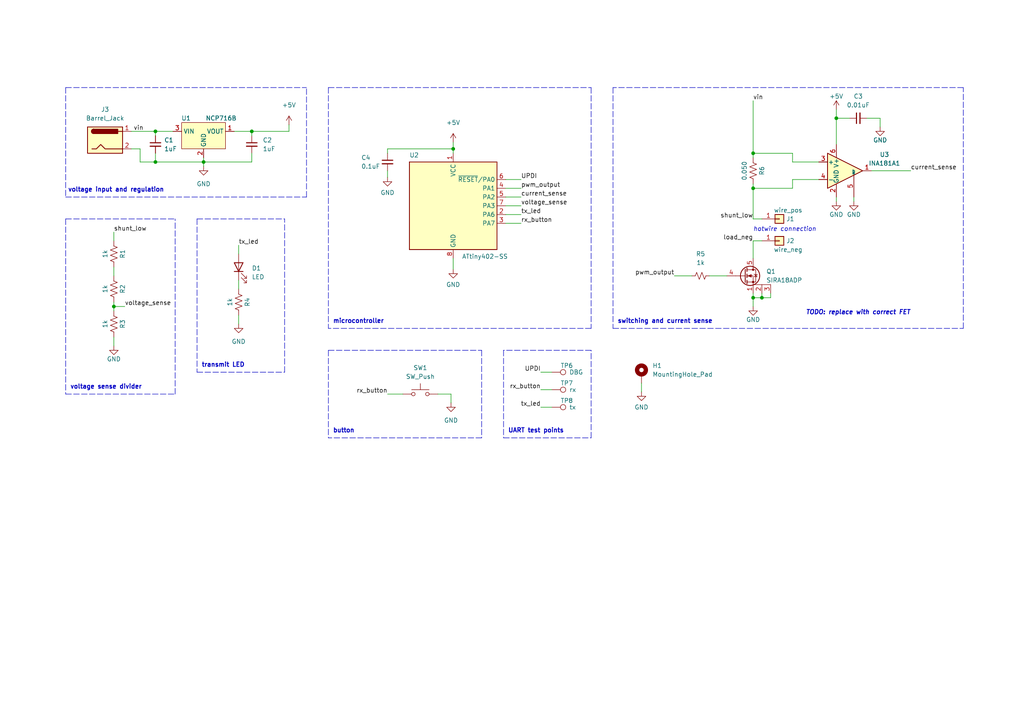
<source format=kicad_sch>
(kicad_sch (version 20211123) (generator eeschema)
  (paper "A4")
  (title_block (title "Hotwire Controller Lite") (date "2022-03-31") (rev "v1.0"))
  (lib_symbols
    (symbol "Amplifier_Current:INA181" (pin_names (offset 0.127))
      (property "Reference" "U" (at 3.81 3.81 0))
      (property "Value" "INA181" (at 3.81 -2.54 0))
      (symbol "INA181_0_1"
        (polyline (pts (xy 5.08 0) (xy -5.08 5.08) (xy -5.08 -5.08) (xy 5.08 0)) (stroke (width 0.254)) (fill (type background)))
      )
      (symbol "INA181_1_1"
        (pin output line (at 7.62 0 180) (length 2.54) (name "~") (number "1"))
        (pin power_in line (at -2.54 -7.62 90) (length 3.81) (name "GND") (number "2"))
        (pin input line (at -7.62 2.54 0) (length 2.54) (name "+") (number "3"))
        (pin input line (at -7.62 -2.54 0) (length 2.54) (name "-") (number "4"))
        (pin input line (at 2.54 -7.62 90) (length 6.35) (name "REF") (number "5"))
        (pin power_in line (at -2.54 7.62 270) (length 3.81) (name "V+") (number "6"))
      )
    )
    (symbol "Connector:Barrel_Jack" (pin_names (offset 1.016))
      (property "Reference" "J" (at 0 5.334 0))
      (property "Value" "Barrel_Jack" (at 0 -5.08 0))
      (symbol "Barrel_Jack_0_1"
        (rectangle (start -5.08 3.81) (end 5.08 -3.81) (stroke (width 0.254)) (fill (type background)))
        (arc (start -3.302 3.175) (mid -3.937 2.54) (end -3.302 1.905) (stroke (width 0.254)))
        (arc (start -3.302 3.175) (mid -3.937 2.54) (end -3.302 1.905) (stroke (width 0.254)) (fill (type outline)))
        (polyline (pts (xy 5.08 2.54) (xy 3.81 2.54)) (stroke (width 0.254)))
        (polyline (pts (xy -3.81 -2.54) (xy -2.54 -2.54) (xy -1.27 -1.27) (xy 0 -2.54) (xy 2.54 -2.54) (xy 5.08 -2.54)) (stroke (width 0.254)))
        (rectangle (start 3.683 3.175) (end -3.302 1.905) (stroke (width 0.254)) (fill (type outline)))
      )
      (symbol "Barrel_Jack_1_1"
        (pin passive line (at 7.62 2.54 180) (length 2.54) (name "~") (number "1"))
        (pin passive line (at 7.62 -2.54 180) (length 2.54) (name "~") (number "2"))
      )
    )
    (symbol "Connector:TestPoint" (pin_numbers hide) (pin_names (offset 0.762) hide)
      (property "Reference" "TP" (at 0 6.858 0))
      (property "Value" "TestPoint" (at 0 5.08 0))
      (symbol "TestPoint_0_1"
        (circle (center 0 3.302) (radius 0.762))
      )
      (symbol "TestPoint_1_1"
        (pin passive line (at 0 0 90) (length 2.54) (name "1") (number "1"))
      )
    )
    (symbol "Connector_Generic:Conn_01x01" (pin_names (offset 1.016) hide)
      (property "Reference" "J" (at 0 2.54 0))
      (property "Value" "Conn_01x01" (at 0 -2.54 0))
      (symbol "Conn_01x01_1_1"
        (rectangle (start -1.27 0.127) (end 0 -0.127) (stroke (width 0.1524)))
        (rectangle (start -1.27 1.27) (end 1.27 -1.27) (stroke (width 0.254)) (fill (type background)))
        (pin passive line (at -5.08 0 0) (length 3.81) (name "Pin_1") (number "1"))
      )
    )
    (symbol "Device:C_Small" (pin_numbers hide) (pin_names (offset 0.254) hide)
      (property "Reference" "C" (at 0.254 1.778 0))
      (property "Value" "C_Small" (at 0.254 -2.032 0))
      (symbol "C_Small_0_1"
        (polyline (pts (xy -1.524 -0.508) (xy 1.524 -0.508)) (stroke (width 0.3302)))
        (polyline (pts (xy -1.524 0.508) (xy 1.524 0.508)) (stroke (width 0.3048)))
      )
      (symbol "C_Small_1_1"
        (pin passive line (at 0 2.54 270) (length 2.032) (name "~") (number "1"))
        (pin passive line (at 0 -2.54 90) (length 2.032) (name "~") (number "2"))
      )
    )
    (symbol "Device:LED" (pin_numbers hide) (pin_names (offset 1.016) hide)
      (property "Reference" "D" (at 0 2.54 0))
      (property "Value" "LED" (at 0 -2.54 0))
      (symbol "LED_0_1"
        (polyline (pts (xy -1.27 -1.27) (xy -1.27 1.27)) (stroke (width 0.254)))
        (polyline (pts (xy -1.27 0) (xy 1.27 0)))
        (polyline (pts (xy 1.27 -1.27) (xy 1.27 1.27) (xy -1.27 0) (xy 1.27 -1.27)) (stroke (width 0.254)))
        (polyline (pts (xy -3.048 -0.762) (xy -4.572 -2.286) (xy -3.81 -2.286) (xy -4.572 -2.286) (xy -4.572 -1.524)))
        (polyline (pts (xy -1.778 -0.762) (xy -3.302 -2.286) (xy -2.54 -2.286) (xy -3.302 -2.286) (xy -3.302 -1.524)))
      )
      (symbol "LED_1_1"
        (pin passive line (at -3.81 0 0) (length 2.54) (name "K") (number "1"))
        (pin passive line (at 3.81 0 180) (length 2.54) (name "A") (number "2"))
      )
    )
    (symbol "Device:R_Small_US" (pin_numbers hide) (pin_names (offset 0.254) hide)
      (property "Reference" "R" (at 0.762 0.508 0))
      (property "Value" "R_Small_US" (at 0.762 -1.016 0))
      (symbol "R_Small_US_1_1"
        (polyline (pts (xy 0 0) (xy 1.016 -0.381) (xy 0 -0.762) (xy -1.016 -1.143) (xy 0 -1.524)))
        (polyline (pts (xy 0 1.524) (xy 1.016 1.143) (xy 0 0.762) (xy -1.016 0.381) (xy 0 0)))
        (pin passive line (at 0 2.54 270) (length 1.016) (name "~") (number "1"))
        (pin passive line (at 0 -2.54 90) (length 1.016) (name "~") (number "2"))
      )
    )
    (symbol "Device:R_US" (pin_numbers hide) (pin_names (offset 0))
      (property "Reference" "R" (at 2.54 0 90))
      (property "Value" "R_US" (at -2.54 0 90))
      (symbol "R_US_0_1"
        (polyline (pts (xy 0 -2.286) (xy 0 -2.54)))
        (polyline (pts (xy 0 2.286) (xy 0 2.54)))
        (polyline (pts (xy 0 -0.762) (xy 1.016 -1.143) (xy 0 -1.524) (xy -1.016 -1.905) (xy 0 -2.286)))
        (polyline (pts (xy 0 0.762) (xy 1.016 0.381) (xy 0 0) (xy -1.016 -0.381) (xy 0 -0.762)))
        (polyline (pts (xy 0 2.286) (xy 1.016 1.905) (xy 0 1.524) (xy -1.016 1.143) (xy 0 0.762)))
      )
      (symbol "R_US_1_1"
        (pin passive line (at 0 3.81 270) (length 1.27) (name "~") (number "1"))
        (pin passive line (at 0 -3.81 90) (length 1.27) (name "~") (number "2"))
      )
    )
    (symbol "MCU_Microchip_ATtiny:ATtiny402-SS"
      (property "Reference" "U" (at -12.7 13.97 0))
      (property "Value" "ATtiny402-SS" (at 2.54 -13.97 0))
      (symbol "ATtiny402-SS_0_1"
        (rectangle (start -12.7 -12.7) (end 12.7 12.7) (stroke (width 0.254)) (fill (type background)))
      )
      (symbol "ATtiny402-SS_1_1"
        (pin power_in line (at 0 15.24 270) (length 2.54) (name "VCC") (number "1"))
        (pin bidirectional line (at 15.24 -2.54 180) (length 2.54) (name "PA6") (number "2"))
        (pin bidirectional line (at 15.24 -5.08 180) (length 2.54) (name "PA7") (number "3"))
        (pin bidirectional line (at 15.24 5.08 180) (length 2.54) (name "PA1") (number "4"))
        (pin bidirectional line (at 15.24 2.54 180) (length 2.54) (name "PA2") (number "5"))
        (pin bidirectional line (at 15.24 7.62 180) (length 2.54) (name "~{RESET}/PA0") (number "6"))
        (pin bidirectional line (at 15.24 0 180) (length 2.54) (name "PA3") (number "7"))
        (pin power_in line (at 0 -15.24 90) (length 2.54) (name "GND") (number "8"))
      )
    )
    (symbol "Mechanical:MountingHole_Pad" (pin_numbers hide) (pin_names (offset 1.016) hide)
      (property "Reference" "H" (at 0 6.35 0))
      (property "Value" "MountingHole_Pad" (at 0 4.445 0))
      (symbol "MountingHole_Pad_0_1"
        (circle (center 0 1.27) (radius 1.27) (stroke (width 1.27)))
      )
      (symbol "MountingHole_Pad_1_1"
        (pin input line (at 0 -2.54 90) (length 2.54) (name "1") (number "1"))
      )
    )
    (symbol "Switch:SW_Push" (pin_numbers hide) (pin_names (offset 1.016) hide)
      (property "Reference" "SW" (at 1.27 2.54 0))
      (property "Value" "SW_Push" (at 0 -1.524 0))
      (symbol "SW_Push_0_1"
        (circle (center -2.032 0) (radius 0.508))
        (polyline (pts (xy 0 1.27) (xy 0 3.048)))
        (polyline (pts (xy 2.54 1.27) (xy -2.54 1.27)))
        (circle (center 2.032 0) (radius 0.508))
        (pin passive line (at -5.08 0 0) (length 2.54) (name "1") (number "1"))
        (pin passive line (at 5.08 0 180) (length 2.54) (name "2") (number "2"))
      )
    )
    (symbol "hotwire-lite:NCP716B"
      (property "Reference" "U" (at -5.08 -2.54 0))
      (property "Value" "NCP716B" (at 5.08 -2.54 0))
      (symbol "NCP716B_0_1"
        (rectangle (start -6.35 -3.81) (end 6.35 -11.43) (fill (type background)))
      )
      (symbol "NCP716B_1_1"
        (pin power_out line (at 8.89 -6.35 180) (length 2.54) (name "VOUT") (number "1"))
        (pin passive line (at 0 -13.97 90) (length 2.54) (name "GND") (number "2"))
        (pin power_in line (at -8.89 -6.35 0) (length 2.54) (name "VIN") (number "3"))
        (pin no_connect line (at -2.54 -13.97 90) (length 2.54) hide (name "NC") (number "4"))
        (pin no_connect line (at 2.54 -13.97 90) (length 2.54) hide (name "NC") (number "5"))
      )
    )
    (symbol "hotwire-lite:SIRA18ADP" (pin_names hide)
      (property "Reference" "Q" (at 5.08 1.905 0))
      (property "Value" "SIRA18ADP" (at 5.08 0 0))
      (symbol "SIRA18ADP_0_1"
        (polyline (pts (xy 0.254 0) (xy -2.54 0)))
        (polyline (pts (xy 0.254 1.905) (xy 0.254 -1.905)) (stroke (width 0.254)))
        (polyline (pts (xy 0.762 -1.27) (xy 0.762 -2.286)) (stroke (width 0.254)))
        (polyline (pts (xy 0.762 0.508) (xy 0.762 -0.508)) (stroke (width 0.254)))
        (polyline (pts (xy 0.762 2.286) (xy 0.762 1.27)) (stroke (width 0.254)))
        (polyline (pts (xy 2.54 2.54) (xy 2.54 1.778)))
        (polyline (pts (xy 7.62 -2.54) (xy 2.54 -2.54)))
        (polyline (pts (xy 2.54 -2.54) (xy 2.54 0) (xy 0.762 0)))
        (polyline (pts (xy 0.762 -1.778) (xy 3.302 -1.778) (xy 3.302 1.778) (xy 0.762 1.778)))
        (polyline (pts (xy 1.016 0) (xy 2.032 0.381) (xy 2.032 -0.381) (xy 1.016 0)) (fill (type outline)))
        (polyline (pts (xy 2.794 0.508) (xy 2.921 0.381) (xy 3.683 0.381) (xy 3.81 0.254)))
        (polyline (pts (xy 3.302 0.381) (xy 2.921 -0.254) (xy 3.683 -0.254) (xy 3.302 0.381)))
        (circle (center 1.651 0) (radius 2.794) (stroke (width 0.254)))
        (circle (center 2.54 -1.778) (radius 0.254) (fill (type outline)))
        (circle (center 2.54 1.778) (radius 0.254) (fill (type outline)))
      )
      (symbol "SIRA18ADP_1_1"
        (pin passive line (at 2.54 -5.08 90) (length 2.54) (name "S") (number "1"))
        (pin passive line (at 5.08 -5.08 90) (length 2.54) (name "S") (number "2"))
        (pin passive line (at 7.62 -5.08 90) (length 2.54) (name "S") (number "3"))
        (pin input line (at -5.08 0 0) (length 2.54) (name "G") (number "4"))
        (pin passive line (at 2.54 5.08 270) (length 2.54) (name "D") (number "5"))
      )
    )
    (symbol "power:+5V" (power) (pin_names (offset 0))
      (property "Value" "+5V" (at 0 3.556 0))
      (symbol "+5V_0_1"
        (polyline (pts (xy -0.762 1.27) (xy 0 2.54)))
        (polyline (pts (xy 0 0) (xy 0 2.54)))
        (polyline (pts (xy 0 2.54) (xy 0.762 1.27)))
      )
      (symbol "+5V_1_1"
        (pin power_in line (at 0 0 90) (length 0) hide (name "+5V") (number "1"))
      )
    )
    (symbol "power:GND" (power) (pin_names (offset 0))
      (property "Value" "GND" (at 0 -3.81 0))
      (symbol "GND_0_1"
        (polyline (pts (xy 0 0) (xy 0 -1.27) (xy 1.27 -1.27) (xy 0 -2.54) (xy -1.27 -1.27) (xy 0 -1.27)))
      )
      (symbol "GND_1_1"
        (pin power_in line (at 0 0 270) (length 0) hide (name "GND") (number "1"))
      )
    )
  )
  (junction (at 218.44 44.45))
  (junction (at 220.98 86.36))
  (junction (at 218.44 86.36))
  (junction (at 45.085 46.99))
  (junction (at 45.085 38.1))
  (junction (at 59.055 46.99))
  (junction (at 242.57 34.29))
  (junction (at 33.02 88.9))
  (junction (at 131.445 43.18))
  (junction (at 218.44 54.61))
  (junction (at 73.025 38.1))
  (polyline (pts (xy 19.05 63.5) (xy 19.05 114.3)))
  (wire (pts (xy 38.1 43.18) (xy 40.64 43.18)))
  (wire (pts (xy 33.02 88.9) (xy 33.02 90.17)))
  (polyline (pts (xy 50.8 114.3) (xy 50.8 63.5)))
  (wire (pts (xy 186.055 111.125) (xy 186.055 113.665)))
  (wire (pts (xy 59.055 46.99) (xy 45.085 46.99)))
  (wire (pts (xy 38.1 38.1) (xy 45.085 38.1)))
  (wire (pts (xy 247.65 57.15) (xy 247.65 58.42)))
  (wire (pts (xy 229.87 54.61) (xy 218.44 54.61)))
  (wire (pts (xy 218.44 85.09) (xy 218.44 86.36)))
  (wire (pts (xy 73.025 39.37) (xy 73.025 38.1)))
  (wire (pts (xy 69.215 71.12) (xy 69.215 73.66)))
  (wire (pts (xy 220.98 85.09) (xy 220.98 86.36)))
  (polyline (pts (xy 171.45 95.25) (xy 95.25 95.25)))
  (wire (pts (xy 218.44 54.61) (xy 218.44 53.34)))
  (wire (pts (xy 229.87 44.45) (xy 218.44 44.45)))
  (wire (pts (xy 130.81 114.3) (xy 127 114.3)))
  (wire (pts (xy 112.395 114.3) (xy 116.84 114.3)))
  (wire (pts (xy 146.685 59.69) (xy 151.13 59.69)))
  (wire (pts (xy 220.98 63.5) (xy 218.44 63.5)))
  (wire (pts (xy 83.82 36.195) (xy 83.82 38.1)))
  (wire (pts (xy 242.57 34.29) (xy 246.38 34.29)))
  (polyline (pts (xy 171.45 25.4) (xy 171.45 95.25)))
  (polyline (pts (xy 95.25 25.4) (xy 95.25 95.25)))
  (polyline (pts (xy 146.05 101.6) (xy 146.05 127)))
  (wire (pts (xy 205.74 80.01) (xy 210.82 80.01)))
  (wire (pts (xy 146.685 62.23) (xy 151.13 62.23)))
  (wire (pts (xy 131.445 43.18) (xy 131.445 44.45)))
  (wire (pts (xy 223.52 85.09) (xy 223.52 86.36)))
  (polyline (pts (xy 19.05 63.5) (xy 50.8 63.5)))
  (polyline (pts (xy 95.25 101.6) (xy 139.7 101.6)))
  (wire (pts (xy 69.215 91.44) (xy 69.215 93.98)))
  (wire (pts (xy 130.81 116.84) (xy 130.81 114.3)))
  (wire (pts (xy 242.57 57.15) (xy 242.57 58.42)))
  (polyline (pts (xy 177.8 95.25) (xy 279.4 95.25)))
  (wire (pts (xy 112.395 49.53) (xy 112.395 51.435)))
  (polyline (pts (xy 57.15 63.5) (xy 82.55 63.5)))
  (wire (pts (xy 156.845 118.11) (xy 160.02 118.11)))
  (wire (pts (xy 40.64 43.18) (xy 40.64 46.99)))
  (wire (pts (xy 131.445 41.275) (xy 131.445 43.18)))
  (wire (pts (xy 156.845 113.03) (xy 160.02 113.03)))
  (wire (pts (xy 131.445 74.93) (xy 131.445 78.105)))
  (wire (pts (xy 220.98 86.36) (xy 218.44 86.36)))
  (wire (pts (xy 229.87 52.07) (xy 229.87 54.61)))
  (wire (pts (xy 40.64 46.99) (xy 45.085 46.99)))
  (wire (pts (xy 73.025 46.99) (xy 59.055 46.99)))
  (wire (pts (xy 218.44 29.21) (xy 218.44 44.45)))
  (wire (pts (xy 45.085 38.1) (xy 50.165 38.1)))
  (polyline (pts (xy 139.7 101.6) (xy 139.7 127)))
  (wire (pts (xy 33.02 67.31) (xy 33.02 69.85)))
  (wire (pts (xy 237.49 46.99) (xy 229.87 46.99)))
  (wire (pts (xy 255.27 36.83) (xy 255.27 34.29)))
  (wire (pts (xy 45.085 46.99) (xy 45.085 44.45)))
  (polyline (pts (xy 146.05 127) (xy 171.45 127)))
  (wire (pts (xy 146.685 64.77) (xy 151.13 64.77)))
  (polyline (pts (xy 19.05 25.4) (xy 88.9 25.4)))
  (polyline (pts (xy 82.55 107.95) (xy 82.55 63.5)))
  (polyline (pts (xy 139.7 127) (xy 95.25 127)))
  (polyline (pts (xy 95.25 101.6) (xy 95.25 127)))
  (wire (pts (xy 218.44 44.45) (xy 218.44 45.72)))
  (wire (pts (xy 146.685 52.07) (xy 151.13 52.07)))
  (wire (pts (xy 218.44 69.85) (xy 218.44 74.93)))
  (wire (pts (xy 242.57 31.75) (xy 242.57 34.29)))
  (wire (pts (xy 252.73 49.53) (xy 264.16 49.53)))
  (polyline (pts (xy 279.4 25.4) (xy 177.8 25.4)))
  (wire (pts (xy 45.085 39.37) (xy 45.085 38.1)))
  (polyline (pts (xy 19.05 25.4) (xy 19.05 57.15)))
  (wire (pts (xy 223.52 86.36) (xy 220.98 86.36)))
  (wire (pts (xy 220.98 69.85) (xy 218.44 69.85)))
  (wire (pts (xy 156.845 107.95) (xy 160.02 107.95)))
  (polyline (pts (xy 19.05 57.15) (xy 88.9 57.15)))
  (polyline (pts (xy 57.15 107.95) (xy 82.55 107.95)))
  (wire (pts (xy 131.445 43.18) (xy 112.395 43.18)))
  (wire (pts (xy 251.46 34.29) (xy 255.27 34.29)))
  (wire (pts (xy 69.215 81.28) (xy 69.215 83.82)))
  (wire (pts (xy 242.57 34.29) (xy 242.57 41.91)))
  (wire (pts (xy 112.395 43.18) (xy 112.395 44.45)))
  (polyline (pts (xy 19.05 114.3) (xy 50.8 114.3)))
  (wire (pts (xy 33.02 87.63) (xy 33.02 88.9)))
  (wire (pts (xy 237.49 52.07) (xy 229.87 52.07)))
  (wire (pts (xy 73.025 38.1) (xy 83.82 38.1)))
  (wire (pts (xy 33.02 77.47) (xy 33.02 80.01)))
  (wire (pts (xy 73.025 44.45) (xy 73.025 46.99)))
  (wire (pts (xy 33.02 88.9) (xy 36.195 88.9)))
  (wire (pts (xy 229.87 46.99) (xy 229.87 44.45)))
  (polyline (pts (xy 95.25 25.4) (xy 171.45 25.4)))
  (wire (pts (xy 73.025 38.1) (xy 67.945 38.1)))
  (polyline (pts (xy 57.15 63.5) (xy 57.15 107.95)))
  (wire (pts (xy 59.055 46.99) (xy 59.055 48.26)))
  (polyline (pts (xy 88.9 57.15) (xy 88.9 25.4)))
  (polyline (pts (xy 171.45 101.6) (xy 146.05 101.6)))
  (wire (pts (xy 33.02 97.79) (xy 33.02 100.33)))
  (wire (pts (xy 146.685 57.15) (xy 151.13 57.15)))
  (polyline (pts (xy 177.8 25.4) (xy 177.8 95.25)))
  (wire (pts (xy 195.58 80.01) (xy 200.66 80.01)))
  (polyline (pts (xy 171.45 127) (xy 171.45 101.6)))
  (wire (pts (xy 59.055 45.72) (xy 59.055 46.99)))
  (wire (pts (xy 218.44 63.5) (xy 218.44 54.61)))
  (wire (pts (xy 146.685 54.61) (xy 151.13 54.61)))
  (polyline (pts (xy 279.4 95.25) (xy 279.4 25.4)))
  (wire (pts (xy 218.44 86.36) (xy 218.44 88.9)))
  (text "voltage sense divider" (at 20.32 113.03 0) (effects (font (size 1.27 1.27) (thickness 0.254) bold) (justify left bottom)))
  (text "transmit LED" (at 58.42 106.68 0) (effects (font (size 1.27 1.27) (thickness 0.254) bold) (justify left bottom)))
  (text "button" (at 96.52 125.73 0) (effects (font (size 1.27 1.27) bold) (justify left bottom)))
  (text "microcontroller" (at 96.52 93.98 0) (effects (font (size 1.27 1.27) (thickness 0.254) bold) (justify left bottom)))
  (text "switching and current sense" (at 179.07 93.98 0) (effects (font (size 1.27 1.27) (thickness 0.254) bold) (justify left bottom)))
  (text "hotwire connection" (at 218.44 67.31 0) (effects (font (size 1.27 1.27) italic) (justify left bottom)))
  (text "voltage input and regulation" (at 19.685 55.88 0) (effects (font (size 1.27 1.27) (thickness 0.254) bold) (justify left bottom)))
  (text "TODO: replace with correct FET" (at 233.68 91.44 0) (effects (font (size 1.27 1.27) (thickness 0.254) bold italic) (justify left bottom)))
  (text "UART test points" (at 147.32 125.73 0) (effects (font (size 1.27 1.27) bold) (justify left bottom)))
  (label "rx_button" (at 112.395 114.3 180))
  (label "voltage_sense" (at 36.195 88.9 0))
  (label "current_sense" (at 264.16 49.53 0))
  (label "tx_led" (at 156.845 118.11 180))
  (label "tx_led" (at 151.13 62.23 0))
  (label "UPDI" (at 151.13 52.07 0))
  (label "current_sense" (at 151.13 57.15 0))
  (label "UPDI" (at 156.845 107.95 180))
  (label "shunt_low" (at 33.02 67.31 0))
  (label "pwm_output" (at 151.13 54.61 0))
  (label "voltage_sense" (at 151.13 59.69 0))
  (label "pwm_output" (at 195.58 80.01 180))
  (label "tx_led" (at 69.215 71.12 0))
  (label "vin" (at 218.44 29.21 0))
  (label "shunt_low" (at 218.44 63.5 180))
  (label "load_neg" (at 218.44 69.85 180))
  (label "rx_button" (at 151.13 64.77 0))
  (label "rx_button" (at 156.845 113.03 180))
  (label "vin" (at 38.735 38.1 0))
  (symbol (lib_id "power:GND") (at 131.445 78.105 0) (unit 1)
    (property "Reference" "#PWR0107" (effects hide))
    (property "Value" "GND" (at 131.445 82.55 0))
  )
  (symbol (lib_id "power:GND") (at 186.055 113.665 0) (unit 1)
    (property "Reference" "#PWR0109" (effects hide))
    (property "Value" "GND" (at 186.055 118.11 0))
  )
  (symbol (lib_id "power:GND") (at 59.055 48.26 0) (unit 1)
    (property "Reference" "#PWR01" (effects hide))
    (property "Value" "GND" (at 59.055 53.34 0))
  )
  (symbol (lib_id "power:+5V") (at 83.82 36.195 0) (unit 1)
    (property "Reference" "#PWR0101" (effects hide))
    (property "Value" "+5V" (at 83.82 30.48 0))
  )
  (symbol (lib_id "Connector:Barrel_Jack") (at 30.48 40.64 0) (unit 1)
    (property "Reference" "J3" (at 30.48 31.75 0))
    (property "Value" "Barrel_Jack" (at 30.48 34.29 0))
    (property "Footprint" "Connector_BarrelJack:BarrelJack_CLIFF_FC681465S_SMT_Horizontal" (effects hide))
  )
  (symbol (lib_id "power:GND") (at 242.57 58.42 0) (unit 1)
    (property "Reference" "#PWR04" (effects hide))
    (property "Value" "GND" (at 242.57 62.23 0))
  )
  (symbol (lib_id "Switch:SW_Push") (at 121.92 114.3 0) (unit 1)
    (property "Reference" "SW1" (at 121.92 106.68 0))
    (property "Value" "SW_Push" (at 121.92 109.22 0))
    (property "Footprint" "Button_Switch_SMD:SW_SPST_PTS645" (effects hide))
  )
  (symbol (lib_id "MCU_Microchip_ATtiny:ATtiny402-SS") (at 131.445 59.69 0) (unit 1)
    (property "Reference" "U2" (at 118.745 45.72 0) (effects (justify left bottom)))
    (property "Value" "ATtiny402-SS" (at 133.985 73.66 0) (effects (justify left top)))
    (property "Footprint" "Package_SO:SOIC-8_3.9x4.9mm_P1.27mm" (effects hide))
    (property "Datasheet" "http://ww1.microchip.com/downloads/en/DeviceDoc/ATtiny202-402-AVR-MCU-with-Core-Independent-Peripherals_and-picoPower-40001969A.pdf" (effects hide))
  )
  (symbol (lib_id "power:GND") (at 130.81 116.84 0) (unit 1)
    (property "Reference" "#PWR0108" (effects hide))
    (property "Value" "GND" (at 130.81 121.92 0))
  )
  (symbol (lib_id "power:GND") (at 112.395 51.435 0) (unit 1)
    (property "Reference" "#PWR0106" (effects hide))
    (property "Value" "GND" (at 112.395 55.88 0))
  )
  (symbol (lib_id "hotwire-lite:SIRA18ADP") (at 215.9 80.01 0) (unit 1)
    (property "Reference" "Q1" (at 222.25 78.7399 0) (effects (justify left)))
    (property "Value" "SIRA18ADP" (at 222.25 81.2799 0) (effects (justify left)))
    (property "Footprint" "Package_SO:Vishay_PowerPAK_1212-8_Single" (effects hide))
    (property "Datasheet" "https://www.vishay.com/docs/65314/sira18adp.pdf" (effects hide))
  )
  (symbol (lib_id "Device:R_US") (at 218.44 49.53 0) (unit 1)
    (property "Reference" "R6" (at 220.98 49.53 90))
    (property "Value" "0.050" (at 215.9 49.53 90))
    (property "Footprint" "Resistor_SMD:R_2512_6332Metric" (effects hide))
  )
  (symbol (lib_id "Connector_Generic:Conn_01x01") (at 226.06 69.85 0) (unit 1)
    (property "Reference" "J2" (at 229.235 69.85 0))
    (property "Value" "wire_neg" (at 228.6 72.39 0))
    (property "Footprint" "hotwire-lite:Wire Solder Pad" (effects hide))
  )
  (symbol (lib_id "Device:C_Small") (at 248.92 34.29 90) (unit 1)
    (property "Reference" "C3" (at 248.9263 27.94 90))
    (property "Value" "0.01uF" (at 248.9263 30.48 90))
    (property "Footprint" "Capacitor_SMD:C_0603_1608Metric" (effects hide))
  )
  (symbol (lib_id "Device:C_Small") (at 112.395 46.99 0) (unit 1)
    (property "Reference" "C4" (at 104.775 45.72 0) (effects (justify left)))
    (property "Value" "0.1uF" (at 104.775 48.26 0) (effects (justify left)))
    (property "Footprint" "Capacitor_SMD:C_0603_1608Metric" (effects hide))
  )
  (symbol (lib_id "Device:LED") (at 69.215 77.47 90) (unit 1)
    (property "Reference" "D1" (at 73.025 77.7874 90) (effects (justify right)))
    (property "Value" "LED" (at 73.025 80.3274 90) (effects (justify right)))
    (property "Footprint" "LED_SMD:LED_0805_2012Metric" (effects hide))
  )
  (symbol (lib_id "Connector:TestPoint") (at 160.02 107.95 270) (unit 1)
    (property "Reference" "TP6" (at 162.56 106.045 90) (effects (justify left)))
    (property "Value" "DBG" (at 165.1 107.95 90) (effects (justify left)))
    (property "Footprint" "TestPoint:TestPoint_Pad_D1.0mm" (effects hide))
  )
  (symbol (lib_id "power:+5V") (at 242.57 31.75 0) (unit 1)
    (property "Reference" "#PWR0102" (effects hide))
    (property "Value" "+5V" (at 242.57 27.94 0))
  )
  (symbol (lib_id "Connector:TestPoint") (at 160.02 113.03 270) (unit 1)
    (property "Reference" "TP7" (at 162.56 111.125 90) (effects (justify left)))
    (property "Value" "rx" (at 165.1 113.03 90) (effects (justify left)))
    (property "Footprint" "TestPoint:TestPoint_Pad_D1.0mm" (effects hide))
  )
  (symbol (lib_id "Device:R_Small_US") (at 203.2 80.01 90) (unit 1)
    (property "Reference" "R5" (at 203.2 73.66 90))
    (property "Value" "1k" (at 203.2 76.2 90))
    (property "Footprint" "Resistor_SMD:R_0603_1608Metric" (effects hide))
  )
  (symbol (lib_id "Device:R_US") (at 69.215 87.63 0) (unit 1)
    (property "Reference" "R4" (at 71.755 87.63 90))
    (property "Value" "1k" (at 66.675 87.63 90))
    (property "Footprint" "Resistor_SMD:R_0603_1608Metric" (effects hide))
  )
  (symbol (lib_id "Device:C_Small") (at 45.085 41.91 0) (unit 1)
    (property "Reference" "C1" (at 47.625 40.6462 0) (effects (justify left)))
    (property "Value" "1uF" (at 47.625 43.1862 0) (effects (justify left)))
    (property "Footprint" "Capacitor_SMD:C_0603_1608Metric" (effects hide))
  )
  (symbol (lib_id "power:GND") (at 69.215 93.98 0) (unit 1)
    (property "Reference" "#PWR0103" (effects hide))
    (property "Value" "GND" (at 69.215 99.06 0))
  )
  (symbol (lib_id "Device:R_US") (at 33.02 83.82 0) (unit 1)
    (property "Reference" "R2" (at 35.56 83.82 90))
    (property "Value" "1k" (at 30.48 83.82 90))
    (property "Footprint" "Resistor_SMD:R_0603_1608Metric" (effects hide))
  )
  (symbol (lib_id "Device:R_US") (at 33.02 93.98 0) (unit 1)
    (property "Reference" "R3" (at 35.56 93.98 90))
    (property "Value" "1k" (at 30.48 93.98 90))
    (property "Footprint" "Resistor_SMD:R_0603_1608Metric" (effects hide))
  )
  (symbol (lib_id "Device:C_Small") (at 73.025 41.91 0) (unit 1)
    (property "Reference" "C2" (at 76.2 40.6462 0) (effects (justify left)))
    (property "Value" "1uF" (at 76.2 43.1862 0) (effects (justify left)))
    (property "Footprint" "Capacitor_SMD:C_0603_1608Metric" (effects hide))
  )
  (symbol (lib_id "Amplifier_Current:INA181") (at 245.11 49.53 0) (unit 1)
    (property "Reference" "U3" (at 256.54 44.831 0))
    (property "Value" "INA181A1" (at 256.54 47.371 0))
    (property "Footprint" "Package_TO_SOT_SMD:SOT-23-6" (effects hide))
    (property "Datasheet" "http://www.ti.com/lit/ds/symlink/ina181.pdf" (effects hide))
  )
  (symbol (lib_id "power:+5V") (at 131.445 41.275 0) (unit 1)
    (property "Reference" "#PWR0105" (effects hide))
    (property "Value" "+5V" (at 131.445 35.56 0))
  )
  (symbol (lib_id "power:GND") (at 247.65 58.42 0) (unit 1)
    (property "Reference" "#PWR05" (effects hide))
    (property "Value" "GND" (at 247.65 62.23 0))
  )
  (symbol (lib_id "Connector:TestPoint") (at 160.02 118.11 270) (unit 1)
    (property "Reference" "TP8" (at 162.56 116.205 90) (effects (justify left)))
    (property "Value" "tx" (at 165.1 118.11 90) (effects (justify left)))
    (property "Footprint" "TestPoint:TestPoint_Pad_D1.0mm" (effects hide))
  )
  (symbol (lib_id "hotwire-lite:NCP716B") (at 59.055 31.75 0) (unit 1)
    (property "Reference" "U1" (at 53.975 34.29 0))
    (property "Value" "NCP716B" (at 64.135 34.29 0))
    (property "Footprint" "Package_TO_SOT_SMD:SOT-23-5" (effects hide))
    (property "Datasheet" "https://www.onsemi.com/pdf/datasheet/ncp716b-d.pdf" (effects hide))
  )
  (symbol (lib_id "Connector_Generic:Conn_01x01") (at 226.06 63.5 0) (unit 1)
    (property "Reference" "J1" (at 229.235 63.5 0))
    (property "Value" "wire_pos" (at 228.6 60.96 0))
    (property "Footprint" "hotwire-lite:Wire Solder Pad" (effects hide))
  )
  (symbol (lib_id "Mechanical:MountingHole_Pad") (at 186.055 108.585 0) (unit 1)
    (property "Reference" "H1" (at 189.23 106.0449 0) (effects (justify left)))
    (property "Value" "MountingHole_Pad" (at 189.23 108.5849 0) (effects (justify left)))
    (property "Footprint" "MountingHole:MountingHole_3.2mm_M3_Pad_Via" (effects hide))
  )
  (symbol (lib_id "power:GND") (at 218.44 88.9 0) (unit 1)
    (property "Reference" "#PWR03" (effects hide))
    (property "Value" "GND" (at 218.44 92.71 0))
  )
  (symbol (lib_id "Device:R_US") (at 33.02 73.66 0) (unit 1)
    (property "Reference" "R1" (at 35.56 73.66 90))
    (property "Value" "1k" (at 30.48 73.66 90))
    (property "Footprint" "Resistor_SMD:R_0603_1608Metric" (effects hide))
  )
  (symbol (lib_id "power:GND") (at 33.02 100.33 0) (unit 1)
    (property "Reference" "#PWR02" (effects hide))
    (property "Value" "GND" (at 33.02 104.14 0))
  )
  (symbol (lib_id "power:GND") (at 255.27 36.83 0) (unit 1)
    (property "Reference" "#PWR06" (effects hide))
    (property "Value" "GND" (at 255.27 40.64 0))
  )
)
</source>
